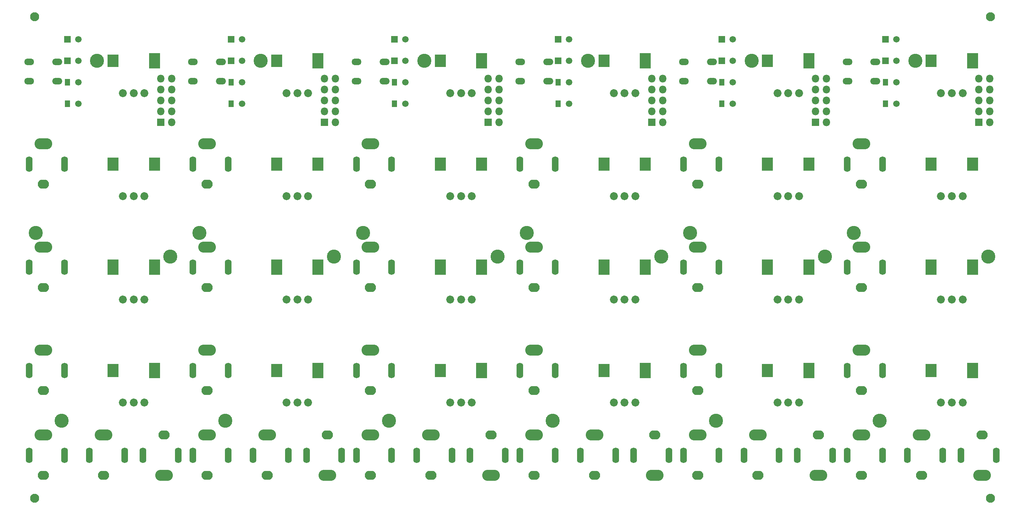
<source format=gts>
G04 #@! TF.FileFunction,Soldermask,Top*
%FSLAX46Y46*%
G04 Gerber Fmt 4.6, Leading zero omitted, Abs format (unit mm)*
G04 Created by KiCad (PCBNEW 4.0.2-stable) date 2019-06-26 1:43:45 PM*
%MOMM*%
G01*
G04 APERTURE LIST*
%ADD10C,0.200000*%
%ADD11R,1.800000X1.800000*%
%ADD12O,1.800000X1.800000*%
%ADD13R,2.600000X3.600000*%
%ADD14R,2.600000X2.850000*%
%ADD15C,1.850000*%
%ADD16C,3.275000*%
%ADD17O,4.100000X2.600000*%
%ADD18O,2.600000X2.100000*%
%ADD19O,1.600000X3.600000*%
%ADD20R,2.600000X3.100000*%
%ADD21R,1.300000X1.500000*%
%ADD22C,1.500000*%
%ADD23R,1.500000X1.500000*%
%ADD24O,2.300000X1.500000*%
%ADD25O,2.350000X1.500000*%
%ADD26C,2.100000*%
G04 APERTURE END LIST*
D10*
D11*
X254300000Y-67550000D03*
D12*
X256840000Y-67550000D03*
X254300000Y-65010000D03*
X256840000Y-65010000D03*
X254300000Y-62470000D03*
X256840000Y-62470000D03*
X254300000Y-59930000D03*
X256840000Y-59930000D03*
X254300000Y-57390000D03*
X256840000Y-57390000D03*
D11*
X216300000Y-67550000D03*
D12*
X218840000Y-67550000D03*
X216300000Y-65010000D03*
X218840000Y-65010000D03*
X216300000Y-62470000D03*
X218840000Y-62470000D03*
X216300000Y-59930000D03*
X218840000Y-59930000D03*
X216300000Y-57390000D03*
X218840000Y-57390000D03*
D13*
X252800000Y-53250000D03*
D14*
X243200000Y-53250000D03*
D15*
X250500000Y-60750000D03*
X248000000Y-60750000D03*
X245500000Y-60750000D03*
D16*
X256500000Y-98750000D03*
D17*
X255000000Y-149700000D03*
D18*
X255000000Y-140300000D03*
D19*
X250100000Y-145000000D03*
X258300000Y-145000000D03*
D13*
X252800000Y-125250000D03*
D20*
X243200000Y-125250000D03*
D15*
X250500000Y-132750000D03*
X248000000Y-132750000D03*
X245500000Y-132750000D03*
D17*
X241000000Y-140300000D03*
D18*
X241000000Y-149700000D03*
D19*
X245900000Y-145000000D03*
X237700000Y-145000000D03*
D16*
X201500000Y-53250000D03*
D13*
X214800000Y-53250000D03*
D14*
X205200000Y-53250000D03*
D15*
X212500000Y-60750000D03*
X210000000Y-60750000D03*
X207500000Y-60750000D03*
D21*
X194580000Y-58250000D03*
D22*
X197120000Y-58250000D03*
D23*
X194580000Y-48250000D03*
D22*
X197120000Y-48250000D03*
D23*
X194580000Y-53250000D03*
D22*
X197120000Y-53250000D03*
D24*
X185750000Y-53500000D03*
X185750000Y-58000000D03*
D25*
X192250000Y-53500000D03*
X192250000Y-58000000D03*
D17*
X189000000Y-120550000D03*
D18*
X189000000Y-129950000D03*
D19*
X193900000Y-125250000D03*
X185700000Y-125250000D03*
D16*
X193250000Y-137000000D03*
D17*
X189000000Y-140300000D03*
D18*
X189000000Y-149700000D03*
D19*
X193900000Y-145000000D03*
X185700000Y-145000000D03*
D17*
X203000000Y-140300000D03*
D18*
X203000000Y-149700000D03*
D19*
X207900000Y-145000000D03*
X199700000Y-145000000D03*
D17*
X227000000Y-72550000D03*
D18*
X227000000Y-81950000D03*
D19*
X231900000Y-77250000D03*
X223700000Y-77250000D03*
D13*
X252800000Y-101250000D03*
X243200000Y-101250000D03*
D15*
X250500000Y-108750000D03*
X248000000Y-108750000D03*
X245500000Y-108750000D03*
D21*
X232580000Y-63250000D03*
D22*
X235120000Y-63250000D03*
D17*
X227000000Y-96550000D03*
D18*
X227000000Y-105950000D03*
D19*
X231900000Y-101250000D03*
X223700000Y-101250000D03*
D16*
X225250000Y-93250000D03*
D20*
X252800000Y-77250000D03*
X243200000Y-77250000D03*
D15*
X250500000Y-84750000D03*
X248000000Y-84750000D03*
X245500000Y-84750000D03*
D24*
X223750000Y-53500000D03*
X223750000Y-58000000D03*
D25*
X230250000Y-53500000D03*
X230250000Y-58000000D03*
D23*
X232580000Y-48250000D03*
D22*
X235120000Y-48250000D03*
D21*
X232580000Y-58250000D03*
D22*
X235120000Y-58250000D03*
D16*
X239500000Y-53250000D03*
D23*
X232580000Y-53250000D03*
D22*
X235120000Y-53250000D03*
D16*
X231250000Y-137000000D03*
D17*
X227000000Y-140300000D03*
D18*
X227000000Y-149700000D03*
D19*
X231900000Y-145000000D03*
X223700000Y-145000000D03*
D13*
X214800000Y-125250000D03*
D20*
X205200000Y-125250000D03*
D15*
X212500000Y-132750000D03*
X210000000Y-132750000D03*
X207500000Y-132750000D03*
D17*
X217000000Y-149700000D03*
D18*
X217000000Y-140300000D03*
D19*
X212100000Y-145000000D03*
X220300000Y-145000000D03*
D17*
X227000000Y-120550000D03*
D18*
X227000000Y-129950000D03*
D19*
X231900000Y-125250000D03*
X223700000Y-125250000D03*
D20*
X214800000Y-77250000D03*
X205200000Y-77250000D03*
D15*
X212500000Y-84750000D03*
X210000000Y-84750000D03*
X207500000Y-84750000D03*
D17*
X189000000Y-96550000D03*
D18*
X189000000Y-105950000D03*
D19*
X193900000Y-101250000D03*
X185700000Y-101250000D03*
D13*
X214800000Y-101250000D03*
X205200000Y-101250000D03*
D15*
X212500000Y-108750000D03*
X210000000Y-108750000D03*
X207500000Y-108750000D03*
D21*
X194580000Y-63250000D03*
D22*
X197120000Y-63250000D03*
D16*
X187250000Y-93250000D03*
X218500000Y-98750000D03*
D17*
X189000000Y-72550000D03*
D18*
X189000000Y-81950000D03*
D19*
X193900000Y-77250000D03*
X185700000Y-77250000D03*
D11*
X178300000Y-67550000D03*
D12*
X180840000Y-67550000D03*
X178300000Y-65010000D03*
X180840000Y-65010000D03*
X178300000Y-62470000D03*
X180840000Y-62470000D03*
X178300000Y-59930000D03*
X180840000Y-59930000D03*
X178300000Y-57390000D03*
X180840000Y-57390000D03*
D11*
X140300000Y-67550000D03*
D12*
X142840000Y-67550000D03*
X140300000Y-65010000D03*
X142840000Y-65010000D03*
X140300000Y-62470000D03*
X142840000Y-62470000D03*
X140300000Y-59930000D03*
X142840000Y-59930000D03*
X140300000Y-57390000D03*
X142840000Y-57390000D03*
D13*
X176800000Y-53250000D03*
D14*
X167200000Y-53250000D03*
D15*
X174500000Y-60750000D03*
X172000000Y-60750000D03*
X169500000Y-60750000D03*
D16*
X180500000Y-98750000D03*
D17*
X179000000Y-149700000D03*
D18*
X179000000Y-140300000D03*
D19*
X174100000Y-145000000D03*
X182300000Y-145000000D03*
D13*
X176800000Y-125250000D03*
D20*
X167200000Y-125250000D03*
D15*
X174500000Y-132750000D03*
X172000000Y-132750000D03*
X169500000Y-132750000D03*
D17*
X165000000Y-140300000D03*
D18*
X165000000Y-149700000D03*
D19*
X169900000Y-145000000D03*
X161700000Y-145000000D03*
D16*
X125500000Y-53250000D03*
D13*
X138800000Y-53250000D03*
D14*
X129200000Y-53250000D03*
D15*
X136500000Y-60750000D03*
X134000000Y-60750000D03*
X131500000Y-60750000D03*
D21*
X118580000Y-58250000D03*
D22*
X121120000Y-58250000D03*
D23*
X118580000Y-48250000D03*
D22*
X121120000Y-48250000D03*
D23*
X118580000Y-53250000D03*
D22*
X121120000Y-53250000D03*
D24*
X109750000Y-53500000D03*
X109750000Y-58000000D03*
D25*
X116250000Y-53500000D03*
X116250000Y-58000000D03*
D17*
X113000000Y-120550000D03*
D18*
X113000000Y-129950000D03*
D19*
X117900000Y-125250000D03*
X109700000Y-125250000D03*
D16*
X117250000Y-137000000D03*
D17*
X113000000Y-140300000D03*
D18*
X113000000Y-149700000D03*
D19*
X117900000Y-145000000D03*
X109700000Y-145000000D03*
D17*
X127000000Y-140300000D03*
D18*
X127000000Y-149700000D03*
D19*
X131900000Y-145000000D03*
X123700000Y-145000000D03*
D17*
X151000000Y-72550000D03*
D18*
X151000000Y-81950000D03*
D19*
X155900000Y-77250000D03*
X147700000Y-77250000D03*
D13*
X176800000Y-101250000D03*
X167200000Y-101250000D03*
D15*
X174500000Y-108750000D03*
X172000000Y-108750000D03*
X169500000Y-108750000D03*
D21*
X156580000Y-63250000D03*
D22*
X159120000Y-63250000D03*
D17*
X151000000Y-96550000D03*
D18*
X151000000Y-105950000D03*
D19*
X155900000Y-101250000D03*
X147700000Y-101250000D03*
D16*
X149250000Y-93250000D03*
D20*
X176800000Y-77250000D03*
X167200000Y-77250000D03*
D15*
X174500000Y-84750000D03*
X172000000Y-84750000D03*
X169500000Y-84750000D03*
D24*
X147750000Y-53500000D03*
X147750000Y-58000000D03*
D25*
X154250000Y-53500000D03*
X154250000Y-58000000D03*
D23*
X156580000Y-48250000D03*
D22*
X159120000Y-48250000D03*
D21*
X156580000Y-58250000D03*
D22*
X159120000Y-58250000D03*
D16*
X163500000Y-53250000D03*
D23*
X156580000Y-53250000D03*
D22*
X159120000Y-53250000D03*
D16*
X155250000Y-137000000D03*
D17*
X151000000Y-140300000D03*
D18*
X151000000Y-149700000D03*
D19*
X155900000Y-145000000D03*
X147700000Y-145000000D03*
D13*
X138800000Y-125250000D03*
D20*
X129200000Y-125250000D03*
D15*
X136500000Y-132750000D03*
X134000000Y-132750000D03*
X131500000Y-132750000D03*
D17*
X141000000Y-149700000D03*
D18*
X141000000Y-140300000D03*
D19*
X136100000Y-145000000D03*
X144300000Y-145000000D03*
D17*
X151000000Y-120550000D03*
D18*
X151000000Y-129950000D03*
D19*
X155900000Y-125250000D03*
X147700000Y-125250000D03*
D20*
X138800000Y-77250000D03*
X129200000Y-77250000D03*
D15*
X136500000Y-84750000D03*
X134000000Y-84750000D03*
X131500000Y-84750000D03*
D17*
X113000000Y-96550000D03*
D18*
X113000000Y-105950000D03*
D19*
X117900000Y-101250000D03*
X109700000Y-101250000D03*
D13*
X138800000Y-101250000D03*
X129200000Y-101250000D03*
D15*
X136500000Y-108750000D03*
X134000000Y-108750000D03*
X131500000Y-108750000D03*
D21*
X118580000Y-63250000D03*
D22*
X121120000Y-63250000D03*
D16*
X111250000Y-93250000D03*
X142500000Y-98750000D03*
D17*
X113000000Y-72550000D03*
D18*
X113000000Y-81950000D03*
D19*
X117900000Y-77250000D03*
X109700000Y-77250000D03*
D11*
X102300000Y-67550000D03*
D12*
X104840000Y-67550000D03*
X102300000Y-65010000D03*
X104840000Y-65010000D03*
X102300000Y-62470000D03*
X104840000Y-62470000D03*
X102300000Y-59930000D03*
X104840000Y-59930000D03*
X102300000Y-57390000D03*
X104840000Y-57390000D03*
D13*
X100800000Y-53250000D03*
D14*
X91200000Y-53250000D03*
D15*
X98500000Y-60750000D03*
X96000000Y-60750000D03*
X93500000Y-60750000D03*
D13*
X100800000Y-125250000D03*
D20*
X91200000Y-125250000D03*
D15*
X98500000Y-132750000D03*
X96000000Y-132750000D03*
X93500000Y-132750000D03*
D17*
X103000000Y-149700000D03*
D18*
X103000000Y-140300000D03*
D19*
X98100000Y-145000000D03*
X106300000Y-145000000D03*
D13*
X100800000Y-101250000D03*
X91200000Y-101250000D03*
D15*
X98500000Y-108750000D03*
X96000000Y-108750000D03*
X93500000Y-108750000D03*
D20*
X100800000Y-77250000D03*
X91200000Y-77250000D03*
D15*
X98500000Y-84750000D03*
X96000000Y-84750000D03*
X93500000Y-84750000D03*
D17*
X75000000Y-72550000D03*
D18*
X75000000Y-81950000D03*
D19*
X79900000Y-77250000D03*
X71700000Y-77250000D03*
D16*
X104500000Y-98750000D03*
X73250000Y-93250000D03*
D17*
X75000000Y-96550000D03*
D18*
X75000000Y-105950000D03*
D19*
X79900000Y-101250000D03*
X71700000Y-101250000D03*
D21*
X80580000Y-63250000D03*
D22*
X83120000Y-63250000D03*
D16*
X87500000Y-53250000D03*
D24*
X71750000Y-53500000D03*
X71750000Y-58000000D03*
D25*
X78250000Y-53500000D03*
X78250000Y-58000000D03*
D23*
X80580000Y-53250000D03*
D22*
X83120000Y-53250000D03*
D23*
X80580000Y-48250000D03*
D22*
X83120000Y-48250000D03*
D21*
X80580000Y-58250000D03*
D22*
X83120000Y-58250000D03*
D16*
X79250000Y-137000000D03*
D17*
X75000000Y-140300000D03*
D18*
X75000000Y-149700000D03*
D19*
X79900000Y-145000000D03*
X71700000Y-145000000D03*
D17*
X75000000Y-120550000D03*
D18*
X75000000Y-129950000D03*
D19*
X79900000Y-125250000D03*
X71700000Y-125250000D03*
D17*
X89000000Y-140300000D03*
D18*
X89000000Y-149700000D03*
D19*
X93900000Y-145000000D03*
X85700000Y-145000000D03*
D26*
X35000000Y-155000000D03*
X257000000Y-155000000D03*
X257000000Y-43000000D03*
X35000000Y-43000000D03*
D16*
X66500000Y-98750000D03*
X41250000Y-137000000D03*
X35250000Y-93250000D03*
D23*
X42580000Y-48250000D03*
D22*
X45120000Y-48250000D03*
D23*
X42580000Y-53250000D03*
D22*
X45120000Y-53250000D03*
D21*
X42580000Y-58250000D03*
D22*
X45120000Y-58250000D03*
D21*
X42580000Y-63250000D03*
D22*
X45120000Y-63250000D03*
D17*
X37000000Y-72550000D03*
D18*
X37000000Y-81950000D03*
D19*
X41900000Y-77250000D03*
X33700000Y-77250000D03*
D17*
X37000000Y-96550000D03*
D18*
X37000000Y-105950000D03*
D19*
X41900000Y-101250000D03*
X33700000Y-101250000D03*
D17*
X51000000Y-140300000D03*
D18*
X51000000Y-149700000D03*
D19*
X55900000Y-145000000D03*
X47700000Y-145000000D03*
D17*
X37000000Y-120550000D03*
D18*
X37000000Y-129950000D03*
D19*
X41900000Y-125250000D03*
X33700000Y-125250000D03*
D17*
X37000000Y-140300000D03*
D18*
X37000000Y-149700000D03*
D19*
X41900000Y-145000000D03*
X33700000Y-145000000D03*
D17*
X65000000Y-149700000D03*
D18*
X65000000Y-140300000D03*
D19*
X60100000Y-145000000D03*
X68300000Y-145000000D03*
D11*
X64300000Y-67550000D03*
D12*
X66840000Y-67550000D03*
X64300000Y-65010000D03*
X66840000Y-65010000D03*
X64300000Y-62470000D03*
X66840000Y-62470000D03*
X64300000Y-59930000D03*
X66840000Y-59930000D03*
X64300000Y-57390000D03*
X66840000Y-57390000D03*
D24*
X33750000Y-53500000D03*
X33750000Y-58000000D03*
D25*
X40250000Y-53500000D03*
X40250000Y-58000000D03*
D16*
X49500000Y-53250000D03*
D13*
X62800000Y-125250000D03*
D20*
X53200000Y-125250000D03*
D15*
X60500000Y-132750000D03*
X58000000Y-132750000D03*
X55500000Y-132750000D03*
D13*
X62800000Y-101250000D03*
X53200000Y-101250000D03*
D15*
X60500000Y-108750000D03*
X58000000Y-108750000D03*
X55500000Y-108750000D03*
D20*
X62800000Y-77250000D03*
X53200000Y-77250000D03*
D15*
X60500000Y-84750000D03*
X58000000Y-84750000D03*
X55500000Y-84750000D03*
D13*
X62800000Y-53250000D03*
D14*
X53200000Y-53250000D03*
D15*
X60500000Y-60750000D03*
X58000000Y-60750000D03*
X55500000Y-60750000D03*
M02*

</source>
